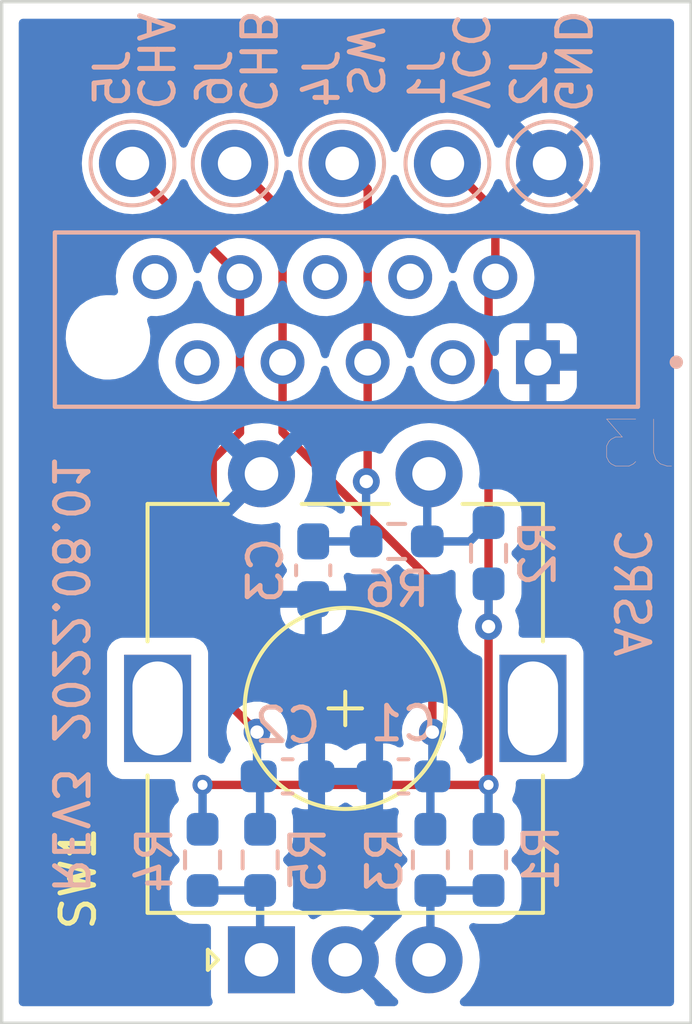
<source format=kicad_pcb>
(kicad_pcb (version 20211014) (generator pcbnew)
  (layers (0 "F.Cu" signal) (31 "B.Cu" signal) (34 "B.Paste" user) (35 "F.Paste" user) (36 "B.SilkS" user "B.Silkscreen") (37 "F.SilkS" user "F.Silkscreen") (38 "B.Mask" user) (39 "F.Mask" user) (44 "Edge.Cuts" user))
  (net 0 "")
  (net 1 "GND")
  (net 2 "RC7{slash}CHB")
  (net 3 "RC6{slash}CHA")
  (net 4 "VCC")
  (net 9 "RC4{slash}SW")
  (net 11 "Net-(R1-Pad2)")
  (net 12 "Net-(R4-Pad2)")
  (net 13 "Net-(R2-Pad1)")
  (footprint "Rotary_Encoder:RotaryEncoder_Alps_EC11E-Switch_Vertical_H20mm" (layer "F.Cu") (at 139.833 79.386 90)
    (fp_text reference "SW1" (at 2.424 -5.467 90) (layer "F.SilkS"))
    (fp_text value "RotaryEncoder_Switch")
    (fp_line (start 5.5 -3.4) (end 1.4 -3.4) (layer "F.SilkS") (width 0.12))
    (fp_line (start 1.4 -3.4) (end 1.4 8.4) (layer "F.SilkS") (width 0.12))
    (fp_line (start 13.6 8.4) (end 9.5 8.4) (layer "F.SilkS") (width 0.12))
    (fp_line (start 0 -1.3) (end -0.3 -1.6) (layer "F.SilkS") (width 0.12))
    (fp_line (start 7 2.5) (end 8 2.5) (layer "F.SilkS") (width 0.12))
    (fp_line (start 9.5 -3.4) (end 13.6 -3.4) (layer "F.SilkS") (width 0.12))
    (fp_line (start 0.3 -1.6) (end 0 -1.3) (layer "F.SilkS") (width 0.12))
    (fp_line (start 13.6 1.2) (end 13.6 3.8) (layer "F.SilkS") (width 0.12))
    (fp_line (start 5.5 8.4) (end 1.4 8.4) (layer "F.SilkS") (width 0.12))
    (fp_line (start 13.6 6) (end 13.6 8.4) (layer "F.SilkS") (width 0.12))
    (fp_line (start 13.6 -3.4) (end 13.6 -1) (layer "F.SilkS") (width 0.12))
    (fp_line (start 7.5 2) (end 7.5 3) (layer "F.SilkS") (width 0.12))
    (fp_line (start -0.3 -1.6) (end 0.3 -1.6) (layer "F.SilkS") (width 0.12))
    (fp_circle (center 7.5 2.5) (end 10.5 2.5) (layer "F.SilkS") (width 0.12) (fill none))
    (pad "A" thru_hole rect (at 0 0 90) (size 2 2) (drill 1) (layers *.Cu *.Mask) (net 12 "Net-(R4-Pad2)"))
    (pad "B" thru_hole circle (at 0 5 90) (size 2 2) (drill 1) (layers *.Cu *.Mask) (net 11 "Net-(R1-Pad2)"))
    (pad "C" thru_hole circle (at 0 2.5 90) (size 2 2) (drill 1) (layers *.Cu *.Mask) (net 1 "GND"))
    (pad "MP" thru_hole rect (at 7.5 -3.1 90) (size 3.2 2) (drill oval 2.8 1.5) (layers *.Cu *.Mask))
    (pad "MP" thru_hole rect (at 7.5 8.1 90) (size 3.2 2) (drill oval 2.8 1.5) (layers *.Cu *.Mask))
    (pad "S1" thru_hole circle (at 14.5 5 90) (size 2 2) (drill 1) (layers *.Cu *.Mask) (net 13 "Net-(R2-Pad1)"))
    (pad "S2" thru_hole circle (at 14.5 0 90) (size 2 2) (drill 1) (layers *.Cu *.Mask) (net 1 "GND"))
  )
  (footprint "Connector_Pin:Pin_D1.0mm_L10.0mm" (layer "B.Cu") (at 148.429 55.626 180)
    (fp_text reference "J2" (at 0.601 2.54 90) (layer "B.SilkS") (effects (justify mirror)))
    (fp_text value "GND")
    (fp_circle (center 0 0) (end 1.25 -0.05) (layer "B.SilkS") (width 0.12) (fill none))
    (pad "1" thru_hole circle (at 0 0 180) (size 2 2) (drill 1) (layers *.Cu *.Mask) (net 1 "GND"))
  )
  (footprint "Resistor_SMD:R_0603_1608Metric_Pad0.98x0.95mm_HandSolder" (layer "B.Cu") (at 146.6088 76.4051 -90)
    (fp_text reference "R1" (at -0.0527 -1.5748 90) (layer "B.SilkS") (effects (justify mirror)))
    (fp_text value "10k")
    (fp_line (start -0.254724 -0.5225) (end 0.254724 -0.5225) (layer "B.SilkS") (width 0.12))
    (fp_line (start -0.254724 0.5225) (end 0.254724 0.5225) (layer "B.SilkS") (width 0.12))
    (pad "1" smd roundrect (at -0.9125 0 270) (size 0.975 0.95) (layers "B.Cu" "B.Paste" "B.Mask") (net 4 "VCC"))
    (pad "2" smd roundrect (at 0.9125 0 270) (size 0.975 0.95) (layers "B.Cu" "B.Paste" "B.Mask") (net 11 "Net-(R1-Pad2)"))
  )
  (footprint "Resistor_SMD:R_0603_1608Metric_Pad0.98x0.95mm_HandSolder" (layer "B.Cu") (at 144.873 76.4051 90)
    (fp_text reference "R3" (at 0 -1.363 90) (layer "B.SilkS") (effects (justify mirror)))
    (fp_text value "10k")
    (fp_line (start -0.254724 0.5225) (end 0.254724 0.5225) (layer "B.SilkS") (width 0.12))
    (fp_line (start -0.254724 -0.5225) (end 0.254724 -0.5225) (layer "B.SilkS") (width 0.12))
    (pad "1" smd roundrect (at -0.9125 0 90) (size 0.975 0.95) (layers "B.Cu" "B.Paste" "B.Mask") (net 11 "Net-(R1-Pad2)"))
    (pad "2" smd roundrect (at 0.9125 0 90) (size 0.975 0.95) (layers "B.Cu" "B.Paste" "B.Mask") (net 2 "RC7{slash}CHB"))
  )
  (footprint "Capacitor_SMD:C_0603_1608Metric_Pad1.08x0.95mm_HandSolder" (layer "B.Cu") (at 140.6133 73.914 180)
    (fp_text reference "C2" (at 0 1.524) (layer "B.SilkS") (effects (justify mirror)))
    (fp_text value "10nF")
    (fp_line (start -0.146267 -0.51) (end 0.146267 -0.51) (layer "B.SilkS") (width 0.12))
    (fp_line (start -0.146267 0.51) (end 0.146267 0.51) (layer "B.SilkS") (width 0.12))
    (pad "1" smd roundrect (at -0.8625 0 180) (size 1.075 0.95) (layers "B.Cu" "B.Paste" "B.Mask") (net 1 "GND"))
    (pad "2" smd roundrect (at 0.8625 0 180) (size 1.075 0.95) (layers "B.Cu" "B.Paste" "B.Mask") (net 3 "RC6{slash}CHA"))
  )
  (footprint "Capacitor_SMD:C_0603_1608Metric_Pad1.08x0.95mm_HandSolder" (layer "B.Cu") (at 144.0699 73.914)
    (fp_text reference "C1" (at -0.0011 -1.5748) (layer "B.SilkS") (effects (justify mirror)))
    (fp_text value "10nF")
    (fp_line (start -0.146267 -0.51) (end 0.146267 -0.51) (layer "B.SilkS") (width 0.12))
    (fp_line (start -0.146267 0.51) (end 0.146267 0.51) (layer "B.SilkS") (width 0.12))
    (pad "1" smd roundrect (at -0.8625 0) (size 1.075 0.95) (layers "B.Cu" "B.Paste" "B.Mask") (net 1 "GND"))
    (pad "2" smd roundrect (at 0.8625 0) (size 1.075 0.95) (layers "B.Cu" "B.Paste" "B.Mask") (net 2 "RC7{slash}CHB"))
  )
  (footprint "Resistor_SMD:R_0603_1608Metric_Pad0.98x0.95mm_HandSolder" (layer "B.Cu") (at 143.8675 66.9036)
    (fp_text reference "R6" (at 0 1.43) (layer "B.SilkS") (effects (justify mirror)))
    (fp_text value "10k")
    (fp_line (start -0.254724 0.5225) (end 0.254724 0.5225) (layer "B.SilkS") (width 0.12))
    (fp_line (start -0.254724 -0.5225) (end 0.254724 -0.5225) (layer "B.SilkS") (width 0.12))
    (pad "1" smd roundrect (at -0.9125 0) (size 0.975 0.95) (layers "B.Cu" "B.Paste" "B.Mask") (net 9 "RC4{slash}SW"))
    (pad "2" smd roundrect (at 0.9125 0) (size 0.975 0.95) (layers "B.Cu" "B.Paste" "B.Mask") (net 13 "Net-(R2-Pad1)"))
  )
  (footprint "Resistor_SMD:R_0603_1608Metric_Pad0.98x0.95mm_HandSolder" (layer "B.Cu") (at 146.6088 67.2573 -90)
    (fp_text reference "R2" (at 0 -1.4732 90) (layer "B.SilkS") (effects (justify mirror)))
    (fp_text value "10k")
    (fp_line (start -0.254724 0.5225) (end 0.254724 0.5225) (layer "B.SilkS") (width 0.12))
    (fp_line (start -0.254724 -0.5225) (end 0.254724 -0.5225) (layer "B.SilkS") (width 0.12))
    (pad "1" smd roundrect (at -0.9125 0 270) (size 0.975 0.95) (layers "B.Cu" "B.Paste" "B.Mask") (net 13 "Net-(R2-Pad1)"))
    (pad "2" smd roundrect (at 0.9125 0 270) (size 0.975 0.95) (layers "B.Cu" "B.Paste" "B.Mask") (net 4 "VCC"))
  )
  (footprint "Connector_Pin:Pin_D1.0mm_L10.0mm" (layer "B.Cu") (at 139.031 55.626 180)
    (fp_text reference "J6" (at 0.601 2.54 90) (layer "B.SilkS") (effects (justify mirror)))
    (fp_text value "RC7")
    (fp_circle (center 0 0) (end 1.25 -0.05) (layer "B.SilkS") (width 0.12) (fill none))
    (pad "1" thru_hole circle (at 0 0 180) (size 2 2) (drill 1) (layers *.Cu *.Mask) (net 2 "RC7{slash}CHB"))
  )
  (footprint "Capacitor_SMD:C_0603_1608Metric_Pad1.08x0.95mm_HandSolder" (layer "B.Cu") (at 141.3764 67.7661 90)
    (fp_text reference "C3" (at -0.0011 -1.4224 90) (layer "B.SilkS") (effects (justify mirror)))
    (fp_text value "10nF")
    (fp_line (start -0.146267 -0.51) (end 0.146267 -0.51) (layer "B.SilkS") (width 0.12))
    (fp_line (start -0.146267 0.51) (end 0.146267 0.51) (layer "B.SilkS") (width 0.12))
    (pad "1" smd roundrect (at -0.8625 0 90) (size 1.075 0.95) (layers "B.Cu" "B.Paste" "B.Mask") (net 1 "GND"))
    (pad "2" smd roundrect (at 0.8625 0 90) (size 1.075 0.95) (layers "B.Cu" "B.Paste" "B.Mask") (net 9 "RC4{slash}SW"))
  )
  (footprint "kicad-snk:TE_CONN_RCPT_10POS_0.1_TIN_PCB" (layer "B.Cu") (at 148.082 61.556 180)
    (fp_text reference "J3" (at -2.985 -2.452) (layer "B.SilkS") (effects (font (size 1.40137 1.40137) (thickness 0.015)) (justify mirror)))
    (fp_text value "B")
    (fp_line (start 14.415 3.87) (end 14.415 -1.33) (layer "B.SilkS") (width 0.127))
    (fp_line (start 14.415 -1.33) (end -2.985 -1.33) (layer "B.SilkS") (width 0.127))
    (fp_line (start -2.985 -1.33) (end -2.985 3.87) (layer "B.SilkS") (width 0.127))
    (fp_line (start -2.985 3.87) (end 14.415 3.87) (layer "B.SilkS") (width 0.127))
    (fp_circle (center -4.13 0) (end -4.03 0) (layer "B.SilkS") (width 0.2) (fill none))
    (pad "" np_thru_hole circle locked (at 12.83 0.74 180) (size 1.5 1.5) (drill 1.5) (layers *.Cu *.Mask))
    (pad "1" thru_hole rect locked (at 0 0 180) (size 1.308 1.308) (drill 0.8) (layers *.Cu *.Mask) (net 1 "GND"))
    (pad "2" thru_hole circle locked (at 1.27 2.54 180) (size 1.308 1.308) (drill 0.8) (layers *.Cu *.Mask) (net 4 "VCC"))
    (pad "3" thru_hole circle locked (at 2.54 0 180) (size 1.308 1.308) (drill 0.8) (layers *.Cu *.Mask))
    (pad "4" thru_hole circle locked (at 3.81 2.54 180) (size 1.308 1.308) (drill 0.8) (layers *.Cu *.Mask))
    (pad "5" thru_hole circle locked (at 5.08 0 180) (size 1.308 1.308) (drill 0.8) (layers *.Cu *.Mask) (net 9 "RC4{slash}SW"))
    (pad "6" thru_hole circle locked (at 6.35 2.54 180) (size 1.308 1.308) (drill 0.8) (layers *.Cu *.Mask))
    (pad "7" thru_hole circle locked (at 7.62 0 180) (size 1.308 1.308) (drill 0.8) (layers *.Cu *.Mask) (net 2 "RC7{slash}CHB"))
    (pad "8" thru_hole circle locked (at 8.89 2.54 180) (size 1.308 1.308) (drill 0.8) (layers *.Cu *.Mask) (net 3 "RC6{slash}CHA"))
    (pad "9" thru_hole circle locked (at 10.16 0 180) (size 1.308 1.308) (drill 0.8) (layers *.Cu *.Mask))
    (pad "10" thru_hole circle locked (at 11.43 2.54 180) (size 1.308 1.308) (drill 0.8) (layers *.Cu *.Mask))
  )
  (footprint "Connector_Pin:Pin_D1.0mm_L10.0mm" (layer "B.Cu") (at 135.983 55.626 180)
    (fp_text reference "J5" (at 0.601 2.54 90) (layer "B.SilkS") (effects (justify mirror)))
    (fp_text value "RC6")
    (fp_circle (center 0 0) (end 1.25 -0.05) (layer "B.SilkS") (width 0.12) (fill none))
    (pad "1" thru_hole circle (at 0 0 180) (size 2 2) (drill 1) (layers *.Cu *.Mask) (net 3 "RC6{slash}CHA"))
  )
  (footprint "Resistor_SMD:R_0603_1608Metric_Pad0.98x0.95mm_HandSolder" (layer "B.Cu") (at 139.793 76.4051 90)
    (fp_text reference "R5" (at 0 1.43 90) (layer "B.SilkS") (effects (justify mirror)))
    (fp_text value "10k")
    (fp_line (start -0.254724 0.5225) (end 0.254724 0.5225) (layer "B.SilkS") (width 0.12))
    (fp_line (start -0.254724 -0.5225) (end 0.254724 -0.5225) (layer "B.SilkS") (width 0.12))
    (pad "1" smd roundrect (at -0.9125 0 90) (size 0.975 0.95) (layers "B.Cu" "B.Paste" "B.Mask") (net 12 "Net-(R4-Pad2)"))
    (pad "2" smd roundrect (at 0.9125 0 90) (size 0.975 0.95) (layers "B.Cu" "B.Paste" "B.Mask") (net 3 "RC6{slash}CHA"))
  )
  (footprint "Connector_Pin:Pin_D1.0mm_L10.0mm" (layer "B.Cu") (at 145.381 55.626 180)
    (fp_text reference "J1" (at 0.601 2.54 90) (layer "B.SilkS") (effects (justify mirror)))
    (fp_text value "VCC")
    (fp_circle (center 0 0) (end 1.25 -0.05) (layer "B.SilkS") (width 0.12) (fill none))
    (pad "1" thru_hole circle (at 0 0 180) (size 2 2) (drill 1) (layers *.Cu *.Mask) (net 4 "VCC"))
  )
  (footprint "Connector_Pin:Pin_D1.0mm_L10.0mm" (layer "B.Cu") (at 142.24 55.626 180)
    (fp_text reference "J4" (at 0.601 2.54 90) (layer "B.SilkS") (effects (justify mirror)))
    (fp_text value "RC4")
    (fp_circle (center 0 0) (end 1.25 -0.05) (layer "B.SilkS") (width 0.12) (fill none))
    (pad "1" thru_hole circle (at 0 0 180) (size 2 2) (drill 1) (layers *.Cu *.Mask) (net 9 "RC4{slash}SW"))
  )
  (footprint "Resistor_SMD:R_0603_1608Metric_Pad0.98x0.95mm_HandSolder" (layer "B.Cu") (at 138.0744 76.4051 -90)
    (fp_text reference "R4" (at 0 1.43 90) (layer "B.SilkS") (effects (justify mirror)))
    (fp_text value "10k")
    (fp_line (start -0.254724 0.5225) (end 0.254724 0.5225) (layer "B.SilkS") (width 0.12))
    (fp_line (start -0.254724 -0.5225) (end 0.254724 -0.5225) (layer "B.SilkS") (width 0.12))
    (pad "1" smd roundrect (at -0.9125 0 270) (size 0.975 0.95) (layers "B.Cu" "B.Paste" "B.Mask") (net 4 "VCC"))
    (pad "2" smd roundrect (at 0.9125 0 270) (size 0.975 0.95) (layers "B.Cu" "B.Paste" "B.Mask") (net 12 "Net-(R4-Pad2)"))
  )
  (gr_rect (start 132.08 50.8) (end 152.654 81.28) (layer "Edge.Cuts") (width 0.1) (fill none))
  (gr_text "ASRC" (at 150.876 68.430224 270) (layer "B.SilkS") (effects (font (size 1 1)) (justify mirror)))
  (gr_text "VCC" (at 146.05 52.578 270) (layer "B.SilkS") (effects (font (size 1 1)) (justify mirror)))
  (gr_text "SW" (at 142.909 52.578 270) (layer "B.SilkS") (effects (font (size 1 1)) (justify mirror)))
  (gr_text "REV3 2022.08.01" (at 134.112 70.866 270) (layer "B.SilkS") (effects (font (size 1 1)) (justify mirror)))
  (gr_text "GND" (at 149.098 52.578 270) (layer "B.SilkS") (effects (font (size 1 1)) (justify mirror)))
  (gr_text "CHA" (at 136.652 52.578 270) (layer "B.SilkS") (effects (font (size 1 1)) (justify mirror)))
  (gr_text "CHB" (at 139.7 52.578 270) (layer "B.SilkS") (effects (font (size 1 1)) (justify mirror)))
  (segment (start 140.462 61.556) (end 140.462 57.057) (width 0.25) (layer "F.Cu") (net 2))
  (segment (start 140.462 61.556) (end 140.462 63.641857) (width 0.25) (layer "F.Cu") (net 2))
  (segment (start 140.462 57.057) (end 139.031 55.626) (width 0.25) (layer "F.Cu") (net 2))
  (segment (start 144.9324 68.112257) (end 144.9324 72.5932) (width 0.25) (layer "F.Cu") (net 2))
  (segment (start 140.462 63.641857) (end 144.9324 68.112257) (width 0.25) (layer "F.Cu") (net 2))
  (via (at 144.9324 72.5932) (size 0.8) (drill 0.4) (layers "F.Cu" "B.Cu") (net 2))
  (segment (start 144.873 75.4926) (end 144.873 73.9734) (width 0.25) (layer "B.Cu") (net 2))
  (segment (start 144.8965 75.311) (end 144.873 75.2875) (width 0.25) (layer "B.Cu") (net 2))
  (segment (start 144.7225 75.438) (end 144.873 75.2875) (width 0.25) (layer "B.Cu") (net 2))
  (segment (start 144.9324 72.5932) (end 144.9324 73.914) (width 0.25) (layer "B.Cu") (net 2))
  (segment (start 144.873 73.9734) (end 144.9324 73.914) (width 0.25) (layer "B.Cu") (net 2))
  (segment (start 139.192 59.016) (end 139.192 63.653857) (width 0.25) (layer "F.Cu") (net 3))
  (segment (start 139.192 59.016) (end 135.983 55.807) (width 0.25) (layer "F.Cu") (net 3))
  (segment (start 139.192 63.653857) (end 138.3792 64.466657) (width 0.25) (layer "F.Cu") (net 3))
  (segment (start 138.3792 71.2724) (end 139.7 72.5932) (width 0.25) (layer "F.Cu") (net 3))
  (segment (start 135.983 55.807) (end 135.983 55.626) (width 0.25) (layer "F.Cu") (net 3))
  (segment (start 138.3792 64.466657) (end 138.3792 71.2724) (width 0.25) (layer "F.Cu") (net 3))
  (via (at 139.7 72.5932) (size 0.8) (drill 0.4) (layers "F.Cu" "B.Cu") (net 3))
  (segment (start 139.793 73.9562) (end 139.7508 73.914) (width 0.25) (layer "B.Cu") (net 3))
  (segment (start 139.7 73.8632) (end 139.7508 73.914) (width 0.25) (layer "B.Cu") (net 3))
  (segment (start 139.793 75.4926) (end 139.793 73.9562) (width 0.25) (layer "B.Cu") (net 3))
  (segment (start 139.7 72.5932) (end 139.7 73.8632) (width 0.25) (layer "B.Cu") (net 3))
  (segment (start 146.812 57.057) (end 146.812 59.016) (width 0.25) (layer "F.Cu") (net 4))
  (segment (start 146.6088 74.168) (end 146.608489 74.167689) (width 0.25) (layer "F.Cu") (net 4))
  (segment (start 146.608489 69.443911) (end 146.608489 69.088311) (width 0.25) (layer "F.Cu") (net 4))
  (segment (start 138.0744 74.168) (end 146.6088 74.168) (width 0.25) (layer "F.Cu") (net 4))
  (segment (start 145.381 55.626) (end 146.812 57.057) (width 0.25) (layer "F.Cu") (net 4))
  (segment (start 146.608489 69.088311) (end 146.608489 59.219511) (width 0.25) (layer "F.Cu") (net 4))
  (segment (start 146.608489 59.219511) (end 146.812 59.016) (width 0.25) (layer "F.Cu") (net 4))
  (segment (start 146.608489 74.167689) (end 146.608489 69.443911) (width 0.25) (layer "F.Cu") (net 4))
  (via (at 146.6088 74.168) (size 0.6) (drill 0.3) (layers "F.Cu" "B.Cu") (net 4))
  (via (at 138.0744 74.168) (size 0.6) (drill 0.3) (layers "F.Cu" "B.Cu") (net 4))
  (via (at 146.608489 69.443911) (size 0.8) (drill 0.4) (layers "F.Cu" "B.Cu") (net 4))
  (segment (start 146.6088 74.168) (end 146.6088 75.4926) (width 0.25) (layer "B.Cu") (net 4))
  (segment (start 146.6088 69.4436) (end 146.608489 69.443911) (width 0.25) (layer "B.Cu") (net 4))
  (segment (start 146.6088 68.1698) (end 146.6088 69.4436) (width 0.25) (layer "B.Cu") (net 4))
  (segment (start 138.0744 75.4926) (end 138.0744 74.168) (width 0.25) (layer "B.Cu") (net 4))
  (segment (start 143.002 56.388) (end 142.24 55.626) (width 0.25) (layer "F.Cu") (net 9))
  (segment (start 143.002 61.556) (end 143.002 56.388) (width 0.25) (layer "F.Cu") (net 9))
  (segment (start 142.960771 65.116029) (end 143.002 65.0748) (width 0.25) (layer "F.Cu") (net 9))
  (segment (start 143.002 65.0748) (end 143.002 61.556) (width 0.25) (layer "F.Cu") (net 9))
  (via (at 142.960771 65.116029) (size 0.8) (drill 0.4) (layers "F.Cu" "B.Cu") (net 9))
  (segment (start 142.955 66.9036) (end 142.955 65.1218) (width 0.25) (layer "B.Cu") (net 9))
  (segment (start 142.955 65.1218) (end 142.960771 65.116029) (width 0.25) (layer "B.Cu") (net 9))
  (segment (start 142.955 66.9036) (end 141.3764 66.9036) (width 0.25) (layer "B.Cu") (net 9))
  (segment (start 144.833 77.1525) (end 144.873 77.1125) (width 0.25) (layer "B.Cu") (net 11))
  (segment (start 144.873 79.346) (end 144.833 79.386) (width 0.25) (layer "B.Cu") (net 11))
  (segment (start 146.6088 77.3176) (end 144.873 77.3176) (width 0.25) (layer "B.Cu") (net 11))
  (segment (start 144.873 77.3176) (end 144.873 79.346) (width 0.25) (layer "B.Cu") (net 11))
  (segment (start 138.0744 77.3176) (end 139.793 77.3176) (width 0.25) (layer "B.Cu") (net 12))
  (segment (start 139.793 79.346) (end 139.833 79.386) (width 0.25) (layer "B.Cu") (net 12))
  (segment (start 139.793 77.3176) (end 139.793 79.346) (width 0.25) (layer "B.Cu") (net 12))
  (segment (start 144.78 66.9036) (end 146.05 66.9036) (width 0.25) (layer "B.Cu") (net 13))
  (segment (start 144.78 64.939) (end 144.833 64.886) (width 0.25) (layer "B.Cu") (net 13))
  (segment (start 146.05 66.9036) (end 146.6088 66.3448) (width 0.25) (layer "B.Cu") (net 13))
  (segment (start 144.78 66.9036) (end 144.78 64.939) (width 0.25) (layer "B.Cu") (net 13))
  (zone (net 1) (net_name "GND") (layer "B.Cu") (connect_pads (clearance 0.508)) (min_thickness 0.254) (fill yes (thermal_gap 0.508) (thermal_bridge_width 0.508))
    (polygon (pts (xy 152.654 81.28) (xy 132.08 81.28) (xy 132.08 50.8) (xy 152.654 50.8)))
  )
)
</source>
